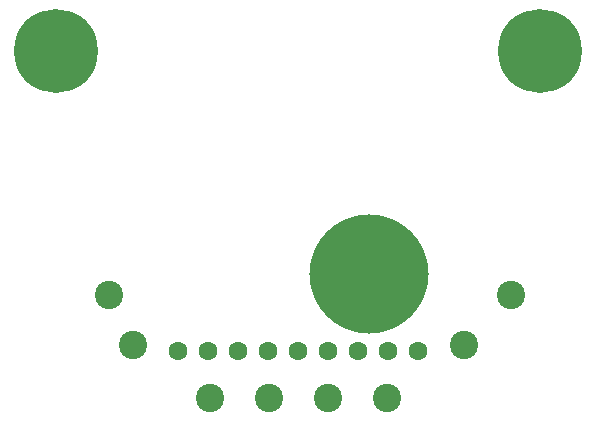
<source format=gbs>
G04*
G04 #@! TF.GenerationSoftware,Altium Limited,Altium Designer,20.1.8 (145)*
G04*
G04 Layer_Color=16711935*
%FSTAX43Y43*%
%MOMM*%
G71*
G04*
G04 #@! TF.SameCoordinates,D0AF8ED7-0584-4811-8BF5-3ABD82A448BB*
G04*
G04*
G04 #@! TF.FilePolarity,Negative*
G04*
G01*
G75*
%ADD28C,2.400*%
%ADD29C,1.600*%
%ADD30C,10.100*%
%ADD31C,7.100*%
D28*
X006Y00345D02*
D03*
X0058Y0038725D02*
D03*
X0088Y00345D02*
D03*
X00665Y003D02*
D03*
X00715D02*
D03*
X00815D02*
D03*
X00765D02*
D03*
X0092025Y0038725D02*
D03*
D29*
X006384Y0034D02*
D03*
X006638D02*
D03*
X006892D02*
D03*
X007146D02*
D03*
X0074D02*
D03*
X007654D02*
D03*
X007908D02*
D03*
X008162D02*
D03*
X008416D02*
D03*
D30*
X008Y00405D02*
D03*
D31*
X00945Y0059325D02*
D03*
X00535D02*
D03*
M02*

</source>
